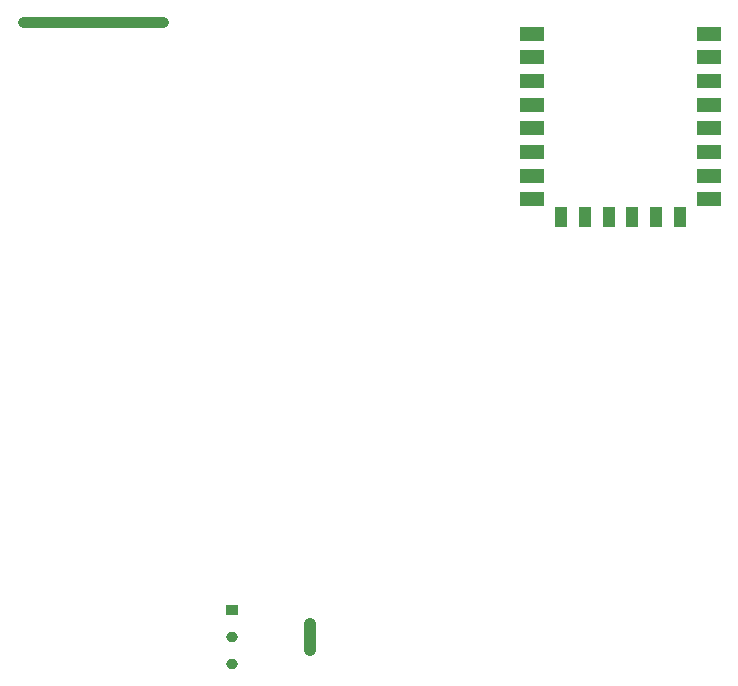
<source format=gtp>
G04*
G04 #@! TF.GenerationSoftware,Altium Limited,Altium Designer,22.1.2 (22)*
G04*
G04 Layer_Color=8421504*
%FSLAX43Y43*%
%MOMM*%
G71*
G04*
G04 #@! TF.SameCoordinates,B9ED1628-3B94-4FFD-BB59-448334CAC492*
G04*
G04*
G04 #@! TF.FilePolarity,Positive*
G04*
G01*
G75*
%ADD17R,1.100X1.700*%
%ADD18R,2.000X1.200*%
%ADD19R,1.004X0.872*%
G04:AMPARAMS|DCode=20|XSize=1.004mm|YSize=0.872mm|CornerRadius=0.436mm|HoleSize=0mm|Usage=FLASHONLY|Rotation=0.000|XOffset=0mm|YOffset=0mm|HoleType=Round|Shape=RoundedRectangle|*
%AMROUNDEDRECTD20*
21,1,1.004,0.000,0,0,0.0*
21,1,0.132,0.872,0,0,0.0*
1,1,0.872,0.066,0.000*
1,1,0.872,-0.066,0.000*
1,1,0.872,-0.066,0.000*
1,1,0.872,0.066,0.000*
%
%ADD20ROUNDEDRECTD20*%
G04:AMPARAMS|DCode=21|XSize=1.004mm|YSize=3.182mm|CornerRadius=0.437mm|HoleSize=0mm|Usage=FLASHONLY|Rotation=0.000|XOffset=0mm|YOffset=0mm|HoleType=Round|Shape=RoundedRectangle|*
%AMROUNDEDRECTD21*
21,1,1.004,2.308,0,0,0.0*
21,1,0.131,3.182,0,0,0.0*
1,1,0.874,0.065,-1.154*
1,1,0.874,-0.065,-1.154*
1,1,0.874,-0.065,1.154*
1,1,0.874,0.065,1.154*
%
%ADD21ROUNDEDRECTD21*%
%ADD22C,0.900*%
D17*
X62598Y63545D02*
D03*
X60598D02*
D03*
X58598D02*
D03*
X56598D02*
D03*
X54598D02*
D03*
X52598D02*
D03*
D18*
X65098Y79045D02*
D03*
Y77045D02*
D03*
Y75045D02*
D03*
Y73045D02*
D03*
Y71045D02*
D03*
Y69045D02*
D03*
Y67045D02*
D03*
Y65045D02*
D03*
X50098D02*
D03*
Y67045D02*
D03*
Y69045D02*
D03*
Y71045D02*
D03*
Y73045D02*
D03*
Y75045D02*
D03*
Y77045D02*
D03*
Y79045D02*
D03*
D19*
X24705Y30290D02*
D03*
D20*
Y28000D02*
D03*
Y25710D02*
D03*
D21*
X31295Y28000D02*
D03*
D22*
X7000Y80080D02*
X18858D01*
M02*

</source>
